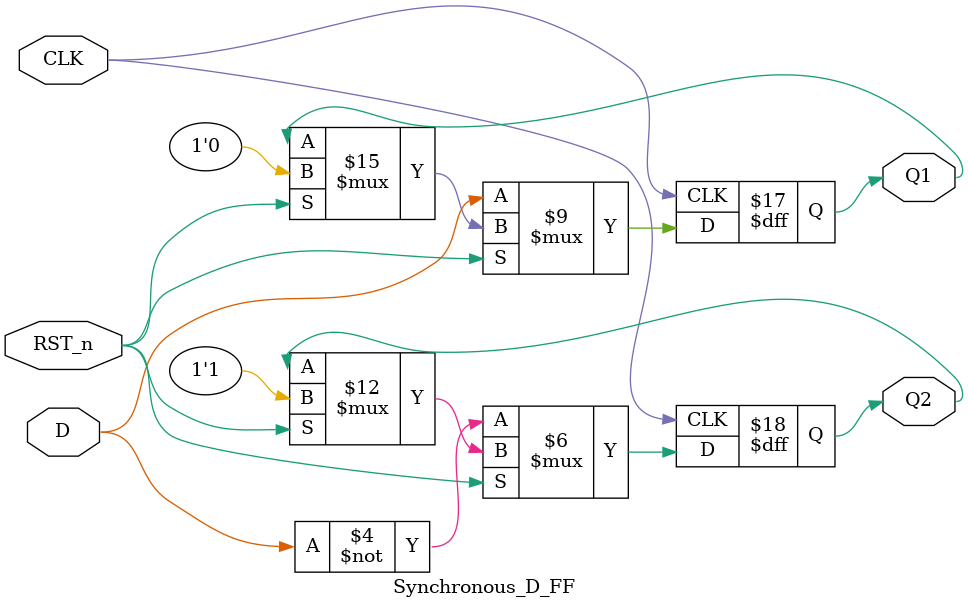
<source format=v>
module Synchronous_D_FF (input CLK,
                         input D,
                         input RST_n,
                         output reg Q1,
                         output reg Q2);
    
    always @(posedge CLK)
    begin
        if (RST_n == 1) begin
            Q1 = 0;
            Q2 = 1;
        end
        
        if (RST_n == 0) begin
            Q1 = D;
            Q2 = ~D;
        end
    end
    
endmodule

</source>
